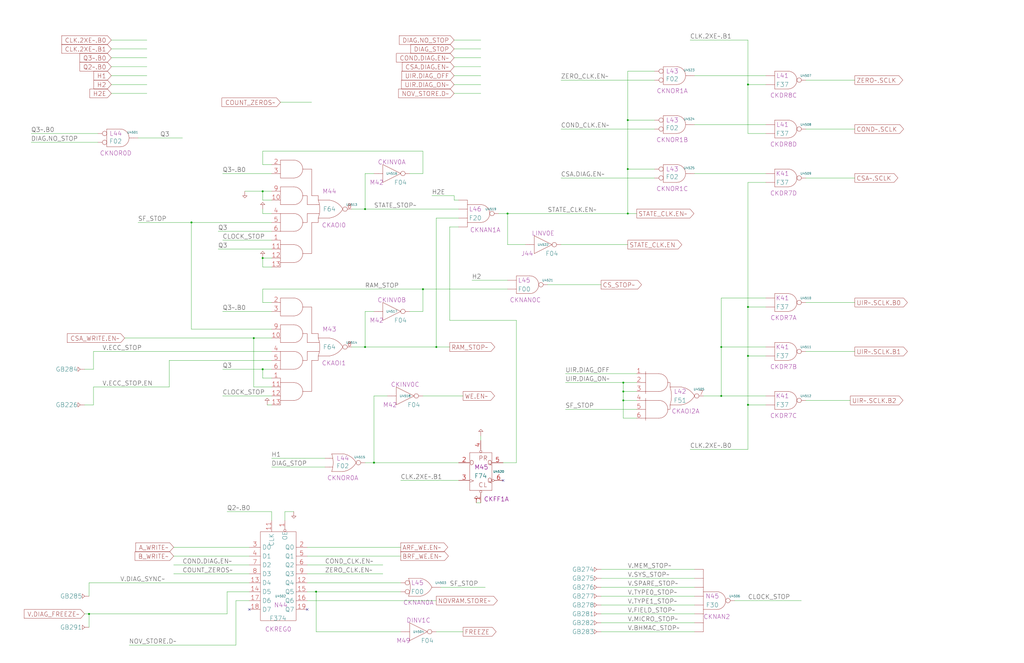
<source format=kicad_sch>
(kicad_sch (version 20250114) (generator "eeschema") (generator_version "9.0")
  (paper "User" 584.2 378.46)
  (title_block (title "CLOCK GENERATION\\nSTATE CLOCKS") (date "22-MAR-90") (rev "1.0") (comment 1 "VALUE") (comment 2 "232-003063") (comment 3 "S400") (comment 4 "RELEASED"))
  (lib_symbols
    (symbol "r1000:F00" (pin_numbers (hide yes)) (pin_names (hide yes))
      (property "Reference" "U" (at 15.24 0 0))
      (property "Value" "F00" (at 1.905 -5.08 0))
      (property "Location" "___" (at 1.905 0 0))
      (property "Name" "______" (at 2.54 -12.7 0))
      (symbol "F00_1_1"
        (pin input line (at -7.62 0 0) (length 5.08) (name "D0") (number "1"))
        (pin input line (at -7.62 -5.08 0) (length 5.08) (name "D1") (number "2"))
        (pin output line (at 15.24 -2.54 180) (length 2.54) (name "Q") (number "3"))
      )
      (symbol "F00_1_2"
        (pin input line (at -7.62 0 0) (length 2.54) (name "D0") (number "1"))
        (pin input line (at -7.62 -5.08 0) (length 2.54) (name "D1") (number "2"))
        (pin output line (at 15.24 -2.54 180) (length 5.08) (name "Q") (number "3"))
      )
    )
    (symbol "r1000:F02" (pin_numbers (hide yes)) (pin_names (hide yes))
      (property "Reference" "U" (at 12.16 0.635 0))
      (property "Value" "F02" (at -1.27 -4.445 0))
      (property "Location" "___" (at 2.54 0 0))
      (property "Name" "______" (at 2.54 -12.7 0))
      (symbol "F02_1_1"
        (pin input line (at -7.62 0 0) (length 2.54) (name "D0") (number "1"))
        (pin input line (at -7.62 -5.08 0) (length 2.54) (name "D1") (number "2"))
        (pin output line (at 15.24 -2.54 180) (length 1.27) (name "Q") (number "3"))
      )
      (symbol "F02_1_2"
        (pin input line (at -7.62 0 0) (length 2.54) (name "D0") (number "1"))
        (pin input line (at -7.62 -5.08 0) (length 2.54) (name "D1") (number "2"))
        (pin output line (at 15.24 -2.54 180) (length 2.54) (name "Q") (number "3"))
      )
    )
    (symbol "r1000:F04" (pin_numbers (hide yes)) (pin_names (hide yes))
      (property "Reference" "U" (at 0 0 0))
      (property "Value" "F04" (at 1.27 -5.08 0))
      (property "Location" "___" (at -12.7 -5.08 0))
      (property "Name" "______" (at 0 5.08 0))
      (symbol "F04_1_1"
        (pin input line (at -10.16 0 0) (length 2.54) (name "D0") (number "1"))
        (pin output line (at 10.16 0 180) (length 2.54) (name "Q") (number "2"))
      )
    )
    (symbol "r1000:F20" (pin_numbers (hide yes)) (pin_names (hide yes))
      (property "Reference" "U" (at 8.255 2.54 0))
      (property "Value" "F20" (at -0.635 -2.54 0))
      (property "Location" "___" (at -0.635 2.54 0))
      (property "Name" "______" (at 5.08 -10.795 0))
      (symbol "F20_1_1"
        (pin input line (at -10.16 7.62 0) (length 5.08) (name "D0") (number "1"))
        (pin input line (at -10.16 2.54 0) (length 5.08) (name "D1") (number "2"))
        (pin input line (at -10.16 -2.54 0) (length 5.08) (name "D2") (number "4"))
        (pin input line (at -10.16 -7.62 0) (length 5.08) (name "D3") (number "5"))
        (pin output line (at 12.7 0 180) (length 2.54) (name "Q") (number "6"))
      )
      (symbol "F20_1_2"
        (pin input line (at -10.16 7.62 0) (length 1.27) (name "D0") (number "1"))
        (pin input line (at -10.16 2.54 0) (length 1.905) (name "D1") (number "2"))
        (pin input line (at -10.16 -2.54 0) (length 1.905) (name "D2") (number "4"))
        (pin input line (at -10.16 -7.62 0) (length 1.27) (name "D3") (number "5"))
        (pin output line (at 12.7 0 180) (length 5.08) (name "Q") (number "6"))
      )
    )
    (symbol "r1000:F30" (pin_numbers (hide yes)) (pin_names (hide yes))
      (property "Reference" "U" (at 15.24 2.54 0))
      (property "Value" "F30" (at 2.54 -2.54 0))
      (property "Location" "___" (at 2.54 2.54 0))
      (property "Name" "______" (at 5.08 -10.62 0))
      (symbol "F30_1_1"
        (pin input line (at -7.62 17.78 0) (length 5.08) (name "D0") (number "11"))
        (pin input line (at -7.62 12.7 0) (length 5.08) (name "D1") (number "12"))
        (pin input line (at -7.62 7.62 0) (length 5.08) (name "D2") (number "1"))
        (pin input line (at -7.62 2.54 0) (length 5.08) (name "D3") (number "2"))
        (pin input line (at -7.62 -2.54 0) (length 5.08) (name "D4") (number "3"))
        (pin input line (at -7.62 -7.62 0) (length 5.08) (name "D5") (number "4"))
        (pin input line (at -7.62 -12.7 0) (length 5.08) (name "D6") (number "5"))
        (pin input line (at -7.62 -17.78 0) (length 5.08) (name "D7") (number "6"))
        (pin output line (at 15.24 0 180) (length 2.54) (name "Q") (number "8"))
      )
    )
    (symbol "r1000:F37" (pin_numbers (hide yes)) (pin_names (offset 0) (hide yes))
      (property "Reference" "U" (at 15.24 0 0))
      (property "Value" "F37" (at 1.905 -5.08 0))
      (property "Location" "___" (at 1.905 0 0))
      (property "Name" "______" (at 2.54 -12.7 0))
      (symbol "F37_1_1"
        (pin input line (at -7.62 0 0) (length 5.08) (name "D0") (number "1"))
        (pin input line (at -7.62 -5.08 0) (length 5.08) (name "D1") (number "2"))
        (pin output line (at 15.24 -2.54 180) (length 2.54) (name "Q") (number "3"))
      )
      (symbol "F37_1_2"
        (pin input line (at -7.62 0 0) (length 2.54) (name "D0") (number "1"))
        (pin input line (at -7.62 -5.08 0) (length 2.54) (name "D1") (number "2"))
        (pin output line (at 15.24 -2.54 180) (length 5.08) (name "Q") (number "3"))
      )
    )
    (symbol "r1000:F374" (pin_names (offset 1.016))
      (property "Reference" "U" (at 2.54 5.08 0))
      (property "Value" "F374" (at -3.81 -7.62 0))
      (property "Location" "___" (at -1.27 0 0))
      (property "Name" "______" (at 1.27 -15.24 0))
      (symbol "F374_1_1"
        (pin input line (at -15.24 33.02 0) (length 6.35) (name "D0") (number "3"))
        (pin input line (at -15.24 27.94 0) (length 6.35) (name "D1") (number "4"))
        (pin input line (at -15.24 22.86 0) (length 6.35) (name "D2") (number "7"))
        (pin input line (at -15.24 17.78 0) (length 6.35) (name "D3") (number "8"))
        (pin input line (at -15.24 12.7 0) (length 6.35) (name "D4") (number "13"))
        (pin input line (at -15.24 7.62 0) (length 6.35) (name "D5") (number "14"))
        (pin input line (at -15.24 2.54 0) (length 6.35) (name "D6") (number "17"))
        (pin input line (at -15.24 -2.54 0) (length 6.35) (name "D7") (number "18"))
        (pin input line (at -2.54 48.26 270) (length 6.35) (name "CLK") (number "11"))
        (pin input line (at 5.08 48.26 270) (length 5.08) (name "OE") (number "1"))
        (pin tri_state line (at 17.78 33.02 180) (length 6.35) (name "Q0") (number "2"))
        (pin tri_state line (at 17.78 27.94 180) (length 6.35) (name "Q1") (number "5"))
        (pin tri_state line (at 17.78 22.86 180) (length 6.35) (name "Q2") (number "6"))
        (pin tri_state line (at 17.78 17.78 180) (length 6.35) (name "Q3") (number "9"))
        (pin tri_state line (at 17.78 12.7 180) (length 6.35) (name "Q4") (number "12"))
        (pin tri_state line (at 17.78 7.62 180) (length 6.35) (name "Q5") (number "15"))
        (pin tri_state line (at 17.78 2.54 180) (length 6.35) (name "Q6") (number "16"))
        (pin tri_state line (at 17.78 -2.54 180) (length 6.35) (name "Q7") (number "19"))
      )
    )
    (symbol "r1000:F51" (pin_names (hide yes))
      (property "Reference" "U" (at 12.7 1.27 0))
      (property "Value" "F51" (at 1.905 -5.08 0))
      (property "Location" "___" (at 1.905 0 0))
      (property "Name" "______" (at 5.08 -12.7 0))
      (symbol "F51_1_1"
        (pin input line (at -22.86 10.16 0) (length 2.54) (name "A1") (number "1"))
        (pin input line (at -22.86 5.08 0) (length 2.54) (name "A2") (number "2"))
        (pin input line (at -22.86 0 0) (length 2.54) (name "A3") (number "3"))
        (pin input line (at -22.86 -5.08 0) (length 2.54) (name "B1") (number "4"))
        (pin input line (at -22.86 -10.16 0) (length 2.54) (name "B2") (number "5"))
        (pin input line (at -22.86 -15.24 0) (length 2.54) (name "B3") (number "6"))
        (pin output line (at 15.24 -2.54 180) (length 2.54) (name "Q") (number "7"))
      )
    )
    (symbol "r1000:F64" (pin_names (hide yes))
      (property "Reference" "U" (at 15.24 2.54 0))
      (property "Value" "F64" (at 2.54 0 0))
      (property "Location" "___" (at 2.54 10.16 0))
      (property "Name" "______" (at 5.08 -10.62 0))
      (symbol "F64_1_1"
        (pin input line (at -30.48 25.4 0) (length 5.08) (name "A0") (number "2"))
        (pin input line (at -30.48 20.32 0) (length 5.08) (name "A1") (number "3"))
        (pin input line (at -30.48 10.16 0) (length 5.08) (name "B0") (number "9"))
        (pin input line (at -30.48 5.08 0) (length 5.08) (name "B1") (number "10"))
        (pin input line (at -30.48 -2.54 0) (length 5.08) (name "C0") (number "4"))
        (pin input line (at -30.48 -7.62 0) (length 5.08) (name "C1") (number "5"))
        (pin input line (at -30.48 -12.7 0) (length 5.08) (name "C2") (number "6"))
        (pin input line (at -30.48 -17.78 0) (length 5.08) (name "D0") (number "1"))
        (pin input line (at -30.48 -22.86 0) (length 5.08) (name "D1") (number "11"))
        (pin input line (at -30.48 -27.94 0) (length 5.08) (name "D2") (number "12"))
        (pin input line (at -30.48 -33.02 0) (length 5.08) (name "D3") (number "13"))
        (pin output line (at 15.24 0 180) (length 2.54) (name "Q") (number "8"))
      )
    )
    (symbol "r1000:F74" (pin_names (offset 1.016) (hide yes))
      (property "Reference" "U" (at 12.7 -2.54 0))
      (property "Value" "F74" (at -1.27 -5.08 0))
      (property "Location" "___" (at -1.27 0 0))
      (property "Name" "______" (at 11.43 -19.685 0))
      (symbol "F74_1_1"
        (text "D" (at -2.54 2.54 0) (effects (font (size 2.54 2.54))))
        (text ">" (at -2.54 -7.62 0) (effects (font (size 2.54 2.54))))
        (text "P" (at 2.54 5.08 0) (effects (font (size 2.54 2.54))))
        (text "C" (at 2.54 -10.16 0) (effects (font (size 2.54 2.54))))
        (text "R" (at 5.08 5.08 0) (effects (font (size 2.54 2.54))))
        (text "L" (at 5.08 -10.16 0) (effects (font (size 2.54 2.54))))
        (text "Q" (at 7.62 2.54 0) (effects (font (size 2.54 2.54))))
        (text "Q" (at 7.62 -7.62 0) (effects (font (size 2.54 2.54))))
        (pin input line (at -10.16 2.54 0) (length 6.35) (name "D") (number "2"))
        (pin input line (at -10.16 -7.62 0) (length 6.35) (name "CLK") (number "3"))
        (pin input line (at 2.54 15.24 270) (length 5.08) (name "PR_") (number "4"))
        (pin input line (at 2.54 -20.32 90) (length 5.08) (name "CL_") (number "1"))
        (pin output line (at 15.24 2.54 180) (length 6.35) (name "Q") (number "5"))
        (pin output line (at 15.24 -7.62 180) (length 5.08) (name "Q_") (number "6"))
      )
    )
    (symbol "r1000:GB" (pin_numbers (hide yes)) (pin_names (offset 0) (hide yes))
      (property "Reference" "GB" (at 3.81 0 0))
      (symbol "GB_1_1"
        (pin bidirectional line (at 0 0 0) (length 2.54) (name "") (number "1"))
      )
    )
    (symbol "r1000:PD" (power) (pin_numbers (hide yes)) (pin_names (hide yes)) (in_bom no)
      (symbol "PD_1_1"
        (pin power_in line (at 0 0 270) (length 2.54) (name "PD") (number "1"))
      )
    )
    (symbol "r1000:PU" (power) (pin_numbers (hide yes)) (pin_names (hide yes))
      (symbol "PU_1_1"
        (pin power_in line (at 0 0 90) (length 2.54) (name "PU") (number "1"))
      )
    )
  )
  (junction (at 149.86 210.82))
  (junction (at 144.78 193.04))
  (junction (at 149.86 147.32))
  (junction (at 208.28 198.12))
  (junction (at 358.14 68.58))
  (junction (at 289.56 121.92))
  (junction (at 149.86 109.22))
  (junction (at 426.72 231.14))
  (junction (at 213.36 264.16))
  (junction (at 355.6 228.6))
  (junction (at 426.72 175.26))
  (junction (at 358.14 96.52))
  (junction (at 241.3 165.1))
  (junction (at 426.72 203.2))
  (junction (at 208.28 119.38))
  (junction (at 411.48 226.06))
  (junction (at 355.6 223.52))
  (junction (at 426.72 48.26))
  (junction (at 248.92 198.12))
  (junction (at 180.34 337.82))
  (junction (at 411.48 198.12))
  (junction (at 358.14 121.92))
  (junction (at 109.22 127))
  (junction (at 355.6 218.44))
  (junction (at 50.8 350.52))
  (no_connect (at 142.24 347.98))
  (no_connect (at 175.26 347.98))
  (no_connect (at 287.02 274.32))
  (wire (pts (xy 149.86 109.22) (xy 154.94 109.22)))
  (wire (pts (xy 358.14 96.52) (xy 358.14 68.58)))
  (wire (pts (xy 124.46 142.24) (xy 154.94 142.24)))
  (wire (pts (xy 127 137.16) (xy 154.94 137.16)))
  (wire (pts (xy 149.86 93.98) (xy 154.94 93.98)))
  (wire (pts (xy 63.5 38.1) (xy 83.82 38.1)))
  (wire (pts (xy 396.24 71.12) (xy 436.88 71.12)))
  (wire (pts (xy 50.8 350.52) (xy 129.54 350.52)))
  (wire (pts (xy 355.6 228.6) (xy 355.6 223.52)))
  (wire (pts (xy 48.26 210.82) (xy 53.34 210.82)))
  (wire (pts (xy 459.74 200.66) (xy 487.68 200.66)))
  (wire (pts (xy 426.72 231.14) (xy 426.72 203.2)))
  (wire (pts (xy 154.94 261.62) (xy 185.42 261.62)))
  (wire (pts (xy 289.56 139.7) (xy 299.72 139.7)))
  (wire (pts (xy 241.3 86.36) (xy 149.86 86.36)))
  (wire (pts (xy 396.24 99.06) (xy 436.88 99.06)))
  (wire (pts (xy 17.78 76.2) (xy 55.88 76.2)))
  (wire (pts (xy 259.08 53.34) (xy 274.32 53.34)))
  (wire (pts (xy 459.74 45.72) (xy 487.68 45.72)))
  (wire (pts (xy 208.28 177.8) (xy 208.28 198.12)))
  (wire (pts (xy 213.36 264.16) (xy 261.62 264.16)))
  (wire (pts (xy 213.36 99.06) (xy 208.28 99.06)))
  (wire (pts (xy 355.6 218.44) (xy 363.22 218.44)))
  (wire (pts (xy 160.02 58.42) (xy 177.8 58.42)))
  (wire (pts (xy 320.04 45.72) (xy 373.38 45.72)))
  (wire (pts (xy 63.5 27.94) (xy 83.82 27.94)))
  (wire (pts (xy 393.7 256.54) (xy 426.72 256.54)))
  (wire (pts (xy 78.74 78.74) (xy 104.14 78.74)))
  (wire (pts (xy 127 226.06) (xy 154.94 226.06)))
  (wire (pts (xy 96.52 205.74) (xy 154.94 205.74)))
  (wire (pts (xy 426.72 175.26) (xy 436.88 175.26)))
  (wire (pts (xy 426.72 104.14) (xy 436.88 104.14)))
  (wire (pts (xy 149.86 172.72) (xy 154.94 172.72)))
  (wire (pts (xy 459.74 172.72) (xy 487.68 172.72)))
  (wire (pts (xy 271.78 287.02) (xy 274.32 287.02)))
  (wire (pts (xy 274.32 248.92) (xy 274.32 251.46)))
  (wire (pts (xy 134.62 342.9) (xy 142.24 342.9)))
  (wire (pts (xy 48.26 231.14) (xy 53.34 231.14)))
  (wire (pts (xy 358.14 121.92) (xy 363.22 121.92)))
  (wire (pts (xy 71.12 193.04) (xy 144.78 193.04)))
  (wire (pts (xy 154.94 220.98) (xy 144.78 220.98)))
  (wire (pts (xy 124.46 132.08) (xy 154.94 132.08)))
  (wire (pts (xy 393.7 22.86) (xy 426.72 22.86)))
  (wire (pts (xy 154.94 121.92) (xy 149.86 121.92)))
  (wire (pts (xy 149.86 215.9) (xy 149.86 210.82)))
  (wire (pts (xy 139.7 109.22) (xy 149.86 109.22)))
  (wire (pts (xy 411.48 226.06) (xy 436.88 226.06)))
  (wire (pts (xy 355.6 223.52) (xy 355.6 218.44)))
  (wire (pts (xy 289.56 121.92) (xy 289.56 139.7)))
  (wire (pts (xy 154.94 215.9) (xy 149.86 215.9)))
  (wire (pts (xy 149.86 147.32) (xy 154.94 147.32)))
  (wire (pts (xy 109.22 127) (xy 154.94 127)))
  (wire (pts (xy 320.04 101.6) (xy 373.38 101.6)))
  (wire (pts (xy 342.9 340.36) (xy 396.24 340.36)))
  (wire (pts (xy 53.34 220.98) (xy 96.52 220.98)))
  (wire (pts (xy 322.58 218.44) (xy 355.6 218.44)))
  (wire (pts (xy 149.86 165.1) (xy 149.86 172.72)))
  (wire (pts (xy 233.68 177.8) (xy 241.3 177.8)))
  (wire (pts (xy 426.72 175.26) (xy 426.72 104.14)))
  (wire (pts (xy 48.26 350.52) (xy 50.8 350.52)))
  (wire (pts (xy 411.48 198.12) (xy 411.48 226.06)))
  (wire (pts (xy 459.74 228.6) (xy 485.14 228.6)))
  (wire (pts (xy 342.9 330.2) (xy 396.24 330.2)))
  (wire (pts (xy 342.9 335.28) (xy 396.24 335.28)))
  (wire (pts (xy 419.1 342.9) (xy 457.2 342.9)))
  (wire (pts (xy 342.9 355.6) (xy 396.24 355.6)))
  (wire (pts (xy 259.08 48.26) (xy 274.32 48.26)))
  (wire (pts (xy 312.42 162.56) (xy 342.9 162.56)))
  (wire (pts (xy 129.54 292.1) (xy 154.94 292.1)))
  (wire (pts (xy 228.6 360.68) (xy 180.34 360.68)))
  (wire (pts (xy 342.9 360.68) (xy 396.24 360.68)))
  (wire (pts (xy 355.6 228.6) (xy 363.22 228.6)))
  (wire (pts (xy 175.26 332.74) (xy 228.6 332.74)))
  (wire (pts (xy 426.72 203.2) (xy 426.72 175.26)))
  (wire (pts (xy 180.34 360.68) (xy 180.34 337.82)))
  (wire (pts (xy 426.72 203.2) (xy 436.88 203.2)))
  (wire (pts (xy 259.08 33.02) (xy 274.32 33.02)))
  (wire (pts (xy 396.24 43.18) (xy 436.88 43.18)))
  (wire (pts (xy 401.32 226.06) (xy 411.48 226.06)))
  (wire (pts (xy 322.58 233.68) (xy 363.22 233.68)))
  (wire (pts (xy 152.4 231.14) (xy 154.94 231.14)))
  (wire (pts (xy 426.72 231.14) (xy 436.88 231.14)))
  (wire (pts (xy 259.08 22.86) (xy 274.32 22.86)))
  (wire (pts (xy 175.26 322.58) (xy 218.44 322.58)))
  (wire (pts (xy 213.36 177.8) (xy 208.28 177.8)))
  (wire (pts (xy 426.72 22.86) (xy 426.72 48.26)))
  (wire (pts (xy 154.94 266.7) (xy 185.42 266.7)))
  (wire (pts (xy 149.86 86.36) (xy 149.86 93.98)))
  (wire (pts (xy 284.48 121.92) (xy 289.56 121.92)))
  (wire (pts (xy 220.98 226.06) (xy 213.36 226.06)))
  (wire (pts (xy 259.08 27.94) (xy 274.32 27.94)))
  (wire (pts (xy 248.92 124.46) (xy 248.92 198.12)))
  (wire (pts (xy 426.72 256.54) (xy 426.72 231.14)))
  (wire (pts (xy 320.04 73.66) (xy 373.38 73.66)))
  (wire (pts (xy 208.28 264.16) (xy 213.36 264.16)))
  (wire (pts (xy 109.22 187.96) (xy 109.22 127)))
  (wire (pts (xy 149.86 114.3) (xy 149.86 109.22)))
  (wire (pts (xy 63.5 33.02) (xy 83.82 33.02)))
  (wire (pts (xy 241.3 99.06) (xy 241.3 86.36)))
  (wire (pts (xy 200.66 198.12) (xy 208.28 198.12)))
  (wire (pts (xy 259.08 43.18) (xy 274.32 43.18)))
  (wire (pts (xy 154.94 292.1) (xy 154.94 297.18)))
  (wire (pts (xy 144.78 220.98) (xy 144.78 193.04)))
  (wire (pts (xy 175.26 312.42) (xy 228.6 312.42)))
  (wire (pts (xy 127 177.8) (xy 154.94 177.8)))
  (wire (pts (xy 259.08 38.1) (xy 274.32 38.1)))
  (wire (pts (xy 294.64 264.16) (xy 294.64 182.88)))
  (wire (pts (xy 259.08 114.3) (xy 261.62 114.3)))
  (wire (pts (xy 269.24 160.02) (xy 289.56 160.02)))
  (wire (pts (xy 73.66 368.3) (xy 134.62 368.3)))
  (wire (pts (xy 241.3 165.1) (xy 149.86 165.1)))
  (wire (pts (xy 208.28 99.06) (xy 208.28 119.38)))
  (wire (pts (xy 358.14 68.58) (xy 358.14 40.64)))
  (wire (pts (xy 436.88 170.18) (xy 411.48 170.18)))
  (wire (pts (xy 53.34 231.14) (xy 53.34 220.98)))
  (wire (pts (xy 342.9 325.12) (xy 396.24 325.12)))
  (wire (pts (xy 167.64 292.1) (xy 162.56 292.1)))
  (wire (pts (xy 241.3 226.06) (xy 264.16 226.06)))
  (wire (pts (xy 50.8 332.74) (xy 142.24 332.74)))
  (wire (pts (xy 358.14 121.92) (xy 358.14 96.52)))
  (wire (pts (xy 289.56 121.92) (xy 358.14 121.92)))
  (wire (pts (xy 233.68 99.06) (xy 241.3 99.06)))
  (wire (pts (xy 162.56 292.1) (xy 162.56 297.18)))
  (wire (pts (xy 63.5 53.34) (xy 83.82 53.34)))
  (wire (pts (xy 127 210.82) (xy 149.86 210.82)))
  (wire (pts (xy 99.06 312.42) (xy 142.24 312.42)))
  (wire (pts (xy 175.26 317.5) (xy 228.6 317.5)))
  (wire (pts (xy 322.58 213.36) (xy 363.22 213.36)))
  (wire (pts (xy 134.62 368.3) (xy 134.62 342.9)))
  (wire (pts (xy 129.54 337.82) (xy 142.24 337.82)))
  (wire (pts (xy 259.08 111.76) (xy 259.08 114.3)))
  (wire (pts (xy 154.94 152.4) (xy 149.86 152.4)))
  (wire (pts (xy 320.04 139.7) (xy 358.14 139.7)))
  (wire (pts (xy 154.94 114.3) (xy 149.86 114.3)))
  (wire (pts (xy 149.86 210.82) (xy 154.94 210.82)))
  (wire (pts (xy 251.46 335.28) (xy 276.86 335.28)))
  (wire (pts (xy 426.72 48.26) (xy 436.88 48.26)))
  (wire (pts (xy 99.06 322.58) (xy 142.24 322.58)))
  (wire (pts (xy 213.36 226.06) (xy 213.36 264.16)))
  (wire (pts (xy 355.6 238.76) (xy 355.6 228.6)))
  (wire (pts (xy 355.6 223.52) (xy 363.22 223.52)))
  (wire (pts (xy 149.86 121.92) (xy 149.86 119.38)))
  (wire (pts (xy 358.14 68.58) (xy 373.38 68.58)))
  (wire (pts (xy 53.34 200.66) (xy 154.94 200.66)))
  (wire (pts (xy 200.66 119.38) (xy 208.28 119.38)))
  (wire (pts (xy 99.06 327.66) (xy 142.24 327.66)))
  (wire (pts (xy 459.74 101.6) (xy 487.68 101.6)))
  (wire (pts (xy 248.92 360.68) (xy 264.16 360.68)))
  (wire (pts (xy 175.26 327.66) (xy 218.44 327.66)))
  (wire (pts (xy 411.48 170.18) (xy 411.48 198.12)))
  (wire (pts (xy 426.72 76.2) (xy 436.88 76.2)))
  (wire (pts (xy 127 99.06) (xy 154.94 99.06)))
  (wire (pts (xy 411.48 198.12) (xy 436.88 198.12)))
  (wire (pts (xy 96.52 220.98) (xy 96.52 205.74)))
  (wire (pts (xy 50.8 340.36) (xy 50.8 332.74)))
  (wire (pts (xy 144.78 193.04) (xy 154.94 193.04)))
  (wire (pts (xy 50.8 358.14) (xy 50.8 350.52)))
  (wire (pts (xy 175.26 342.9) (xy 248.92 342.9)))
  (wire (pts (xy 256.54 182.88) (xy 256.54 129.54)))
  (wire (pts (xy 99.06 317.5) (xy 142.24 317.5)))
  (wire (pts (xy 294.64 182.88) (xy 256.54 182.88)))
  (wire (pts (xy 17.78 81.28) (xy 55.88 81.28)))
  (wire (pts (xy 459.74 73.66) (xy 487.68 73.66)))
  (wire (pts (xy 289.56 165.1) (xy 241.3 165.1)))
  (wire (pts (xy 129.54 350.52) (xy 129.54 337.82)))
  (wire (pts (xy 342.9 350.52) (xy 396.24 350.52)))
  (wire (pts (xy 78.74 127) (xy 109.22 127)))
  (wire (pts (xy 53.34 210.82) (xy 53.34 200.66)))
  (wire (pts (xy 154.94 187.96) (xy 109.22 187.96)))
  (wire (pts (xy 363.22 238.76) (xy 355.6 238.76)))
  (wire (pts (xy 246.38 111.76) (xy 259.08 111.76)))
  (wire (pts (xy 287.02 264.16) (xy 294.64 264.16)))
  (wire (pts (xy 208.28 119.38) (xy 261.62 119.38)))
  (wire (pts (xy 149.86 152.4) (xy 149.86 147.32)))
  (wire (pts (xy 256.54 129.54) (xy 261.62 129.54)))
  (wire (pts (xy 248.92 198.12) (xy 256.54 198.12)))
  (wire (pts (xy 228.6 274.32) (xy 261.62 274.32)))
  (wire (pts (xy 358.14 96.52) (xy 373.38 96.52)))
  (wire (pts (xy 241.3 177.8) (xy 241.3 165.1)))
  (wire (pts (xy 63.5 22.86) (xy 83.82 22.86)))
  (wire (pts (xy 180.34 337.82) (xy 228.6 337.82)))
  (wire (pts (xy 63.5 48.26) (xy 83.82 48.26)))
  (wire (pts (xy 208.28 198.12) (xy 248.92 198.12)))
  (wire (pts (xy 358.14 40.64) (xy 373.38 40.64)))
  (wire (pts (xy 63.5 43.18) (xy 83.82 43.18)))
  (wire (pts (xy 426.72 48.26) (xy 426.72 76.2)))
  (wire (pts (xy 342.9 345.44) (xy 396.24 345.44)))
  (wire (pts (xy 261.62 124.46) (xy 248.92 124.46)))
  (wire (pts (xy 180.34 337.82) (xy 175.26 337.82)))
  (label "SF_STOP" (at 256.54 335.28 0) (effects (font (size 2.54 2.54))))
  (label "CLK.2XE~.B1" (at 393.7 22.86 0) (effects (font (size 2.54 2.54))))
  (label "COND_CLK.EN~" (at 185.42 322.58 0) (effects (font (size 2.54 2.54))))
  (label "H2E" (at 246.38 111.76 0) (effects (font (size 2.54 2.54))))
  (label "V.FIELD_STOP~" (at 358.14 350.52 0) (effects (font (size 2.54 2.54))))
  (label "V.SPARE_STOP~" (at 358.14 335.28 0) (effects (font (size 2.54 2.54))))
  (label "SF_STOP" (at 322.58 233.68 0) (effects (font (size 2.54 2.54))))
  (label "CLOCK_STOP" (at 127 137.16 0) (effects (font (size 2.54 2.54))))
  (label "V.SYS_STOP~" (at 358.14 330.2 0) (effects (font (size 2.54 2.54))))
  (label "DIAG.NO_STOP" (at 17.78 81.28 0) (effects (font (size 2.54 2.54))))
  (label "COND_CLK.EN~" (at 320.04 73.66 0) (effects (font (size 2.54 2.54))))
  (label "NOV_STORE.D~" (at 73.66 368.3 0) (effects (font (size 2.54 2.54))))
  (label "CLK.2XE~.B1" (at 228.6 274.32 0) (effects (font (size 2.54 2.54))))
  (label "Q3~.B0" (at 127 99.06 0) (effects (font (size 2.54 2.54))))
  (label "SF_STOP" (at 78.74 127 0) (effects (font (size 2.54 2.54))))
  (label "STATE_CLK.EN~" (at 312.42 121.92 0) (effects (font (size 2.54 2.54))))
  (label "Q3~.B0" (at 17.78 76.2 0) (effects (font (size 2.54 2.54))))
  (label "CLOCK_STOP" (at 426.72 342.9 0) (effects (font (size 2.54 2.54))))
  (label "ZERO_CLK.EN~" (at 185.42 327.66 0) (effects (font (size 2.54 2.54))))
  (label "STATE_STOP~" (at 213.36 119.38 0) (effects (font (size 2.54 2.54))))
  (label "Q3" (at 91.44 78.74 0) (effects (font (size 2.54 2.54))))
  (label "ZERO_CLK.EN~" (at 320.04 45.72 0) (effects (font (size 2.54 2.54))))
  (label "UIR.DIAG_ON~" (at 322.58 218.44 0) (effects (font (size 2.54 2.54))))
  (label "Q3" (at 127 210.82 0) (effects (font (size 2.54 2.54))))
  (label "V.TYPE1_STOP~" (at 358.14 345.44 0) (effects (font (size 2.54 2.54))))
  (label "V.BHMAC_STOP~" (at 358.14 360.68 0) (effects (font (size 2.54 2.54))))
  (label "Q2~.B0" (at 129.54 292.1 0) (effects (font (size 2.54 2.54))))
  (label "CSA.DIAG.EN~" (at 320.04 101.6 0) (effects (font (size 2.54 2.54))))
  (label "Q3" (at 124.46 142.24 0) (effects (font (size 2.54 2.54))))
  (label "V.TYPE0_STOP~" (at 358.14 340.36 0) (effects (font (size 2.54 2.54))))
  (label "UIR.DIAG_OFF" (at 322.58 213.36 0) (effects (font (size 2.54 2.54))))
  (label "V.DIAG_SYNC~" (at 68.58 332.74 0) (effects (font (size 2.54 2.54))))
  (label "Q3" (at 124.46 132.08 0) (effects (font (size 2.54 2.54))))
  (label "H2" (at 269.24 160.02 0) (effects (font (size 2.54 2.54))))
  (label "RAM_STOP" (at 208.28 165.1 0) (effects (font (size 2.54 2.54))))
  (label "COND.DIAG.EN~" (at 104.14 322.58 0) (effects (font (size 2.54 2.54))))
  (label "V.ECC_STOP.EN" (at 58.42 220.98 0) (effects (font (size 2.54 2.54))))
  (label "COUNT_ZEROS~" (at 104.14 327.66 0) (effects (font (size 2.54 2.54))))
  (label "CLK.2XE~.B0" (at 393.7 256.54 0) (effects (font (size 2.54 2.54))))
  (label "H1" (at 154.94 261.62 0) (effects (font (size 2.54 2.54))))
  (label "Q3~.B0" (at 127 177.8 0) (effects (font (size 2.54 2.54))))
  (label "DIAG_STOP" (at 154.94 266.7 0) (effects (font (size 2.54 2.54))))
  (label "CLOCK_STOP" (at 127 226.06 0) (effects (font (size 2.54 2.54))))
  (label "V.MEM_STOP~" (at 358.14 325.12 0) (effects (font (size 2.54 2.54))))
  (label "V.MICRO_STOP~" (at 358.14 355.6 0) (effects (font (size 2.54 2.54))))
  (label "V.ECC_STOP" (at 58.42 200.66 0) (effects (font (size 2.54 2.54))))
  (global_label "Q2~.B0" (shape input) (at 63.5 38.1 180) (effects (font (size 2.54 2.54))) (property "Intersheetrefs" "${INTERSHEET_REFS}" (at 45.6111 37.9413 0) (effects (font (size 1.905 1.905)) (justify right))))
  (global_label "CSA_WRITE.EN~" (shape input) (at 71.12 193.04 180) (effects (font (size 2.54 2.54))) (property "Intersheetrefs" "${INTERSHEET_REFS}" (at 38.354 192.8813 0) (effects (font (size 1.905 1.905)) (justify right))))
  (global_label "UIR.DIAG_ON~" (shape input) (at 259.08 48.26 180) (effects (font (size 2.54 2.54))) (property "Intersheetrefs" "${INTERSHEET_REFS}" (at 229.0959 48.1013 0) (effects (font (size 1.905 1.905)) (justify right))))
  (global_label "FREEZE" (shape output) (at 264.16 360.68 0) (effects (font (size 2.54 2.54))) (property "Intersheetrefs" "${INTERSHEET_REFS}" (at 283.0165 360.5213 0) (effects (font (size 1.905 1.905)) (justify left))))
  (global_label "ARF_WE.EN~" (shape output) (at 228.6 312.42 0) (effects (font (size 2.54 2.54))) (property "Intersheetrefs" "${INTERSHEET_REFS}" (at 255.4393 312.2613 0) (effects (font (size 1.905 1.905)) (justify left))))
  (global_label "NOVRAM.STORE~" (shape output) (at 248.92 342.9 0) (effects (font (size 2.54 2.54))) (property "Intersheetrefs" "${INTERSHEET_REFS}" (at 283.7422 342.7413 0) (effects (font (size 1.905 1.905)) (justify left))))
  (global_label "UIR~.SCLK.B2" (shape output) (at 485.14 228.6 0) (effects (font (size 2.54 2.54))) (property "Intersheetrefs" "${INTERSHEET_REFS}" (at 515.1241 228.4413 0) (effects (font (size 1.905 1.905)) (justify left))))
  (global_label "B_WRITE~" (shape input) (at 99.06 317.5 180) (effects (font (size 2.54 2.54))) (property "Intersheetrefs" "${INTERSHEET_REFS}" (at 77.0588 317.3413 0) (effects (font (size 1.905 1.905)) (justify right))))
  (global_label "STATE_CLK.EN~" (shape output) (at 363.22 121.92 0) (effects (font (size 2.54 2.54))) (property "Intersheetrefs" "${INTERSHEET_REFS}" (at 395.865 121.7613 0) (effects (font (size 1.905 1.905)) (justify left))))
  (global_label "H2" (shape input) (at 63.5 48.26 180) (effects (font (size 2.54 2.54))) (property "Intersheetrefs" "${INTERSHEET_REFS}" (at 53.594 48.1013 0) (effects (font (size 1.905 1.905)) (justify right))))
  (global_label "Q3~.B0" (shape input) (at 63.5 33.02 180) (effects (font (size 2.54 2.54))) (property "Intersheetrefs" "${INTERSHEET_REFS}" (at 45.6111 32.8613 0) (effects (font (size 1.905 1.905)) (justify right))))
  (global_label "CSA.DIAG.EN~" (shape input) (at 259.08 38.1 180) (effects (font (size 2.54 2.54))) (property "Intersheetrefs" "${INTERSHEET_REFS}" (at 229.4588 37.9413 0) (effects (font (size 1.905 1.905)) (justify right))))
  (global_label "DIAG_STOP" (shape input) (at 259.08 27.94 180) (effects (font (size 2.54 2.54))) (property "Intersheetrefs" "${INTERSHEET_REFS}" (at 234.2969 27.7813 0) (effects (font (size 1.905 1.905)) (justify right))))
  (global_label "COND.DIAG.EN~" (shape input) (at 259.08 33.02 180) (effects (font (size 2.54 2.54))) (property "Intersheetrefs" "${INTERSHEET_REFS}" (at 226.193 32.8613 0) (effects (font (size 1.905 1.905)) (justify right))))
  (global_label "A_WRITE~" (shape input) (at 99.06 312.42 180) (effects (font (size 2.54 2.54))) (property "Intersheetrefs" "${INTERSHEET_REFS}" (at 77.4216 312.2613 0) (effects (font (size 1.905 1.905)) (justify right))))
  (global_label "UIR~.SCLK.B1" (shape output) (at 487.68 200.66 0) (effects (font (size 2.54 2.54))) (property "Intersheetrefs" "${INTERSHEET_REFS}" (at 517.6641 200.5013 0) (effects (font (size 1.905 1.905)) (justify left))))
  (global_label "CLK.2XE~.B1" (shape input) (at 63.5 27.94 180) (effects (font (size 2.54 2.54))) (property "Intersheetrefs" "${INTERSHEET_REFS}" (at 35.2092 27.7813 0) (effects (font (size 1.905 1.905)) (justify right))))
  (global_label "DIAG.NO_STOP" (shape input) (at 259.08 22.86 180) (effects (font (size 2.54 2.54))) (property "Intersheetrefs" "${INTERSHEET_REFS}" (at 227.7654 22.7013 0) (effects (font (size 1.905 1.905)) (justify right))))
  (global_label "RAM_STOP~" (shape output) (at 256.54 198.12 0) (effects (font (size 2.54 2.54))) (property "Intersheetrefs" "${INTERSHEET_REFS}" (at 282.2908 197.9613 0) (effects (font (size 1.905 1.905)) (justify left))))
  (global_label "NOV_STORE.D~" (shape input) (at 259.08 53.34 180) (effects (font (size 2.54 2.54))) (property "Intersheetrefs" "${INTERSHEET_REFS}" (at 227.4026 53.1813 0) (effects (font (size 1.905 1.905)) (justify right))))
  (global_label "COND~.SCLK" (shape output) (at 487.68 73.66 0) (effects (font (size 2.54 2.54))) (property "Intersheetrefs" "${INTERSHEET_REFS}" (at 515.487 73.5013 0) (effects (font (size 1.905 1.905)) (justify left))))
  (global_label "H1" (shape input) (at 63.5 43.18 180) (effects (font (size 2.54 2.54))) (property "Intersheetrefs" "${INTERSHEET_REFS}" (at 53.594 43.0213 0) (effects (font (size 1.905 1.905)) (justify right))))
  (global_label "CSA~.SCLK" (shape output) (at 487.68 101.6 0) (effects (font (size 2.54 2.54))) (property "Intersheetrefs" "${INTERSHEET_REFS}" (at 512.2212 101.4413 0) (effects (font (size 1.905 1.905)) (justify left))))
  (global_label "WE.EN~" (shape output) (at 264.16 226.06 0) (effects (font (size 2.54 2.54))) (property "Intersheetrefs" "${INTERSHEET_REFS}" (at 282.1698 225.9013 0) (effects (font (size 1.905 1.905)) (justify left))))
  (global_label "UIR~.SCLK.B0" (shape output) (at 487.68 172.72 0) (effects (font (size 2.54 2.54))) (property "Intersheetrefs" "${INTERSHEET_REFS}" (at 517.6641 172.5613 0) (effects (font (size 1.905 1.905)) (justify left))))
  (global_label "H2E" (shape input) (at 63.5 53.34 180) (effects (font (size 2.54 2.54))) (property "Intersheetrefs" "${INTERSHEET_REFS}" (at 51.2959 53.1813 0) (effects (font (size 1.905 1.905)) (justify right))))
  (global_label "V.DIAG_FREEZE~" (shape input) (at 48.26 350.52 180) (effects (font (size 2.54 2.54))) (property "Intersheetrefs" "${INTERSHEET_REFS}" (at 13.8007 350.3613 0) (effects (font (size 1.905 1.905)) (justify right))))
  (global_label "CS_STOP~" (shape output) (at 342.9 162.56 0) (effects (font (size 2.54 2.54))) (property "Intersheetrefs" "${INTERSHEET_REFS}" (at 365.9898 162.4013 0) (effects (font (size 1.905 1.905)) (justify left))))
  (global_label "COUNT_ZEROS~" (shape input) (at 160.02 58.42 180) (effects (font (size 2.54 2.54))) (property "Intersheetrefs" "${INTERSHEET_REFS}" (at 126.6492 58.2613 0) (effects (font (size 1.905 1.905)) (justify right))))
  (global_label "ZERO~.SCLK" (shape output) (at 487.68 45.72 0) (effects (font (size 2.54 2.54))) (property "Intersheetrefs" "${INTERSHEET_REFS}" (at 515.0031 45.5613 0) (effects (font (size 1.905 1.905)) (justify left))))
  (global_label "CLK.2XE~.B0" (shape input) (at 63.5 22.86 180) (effects (font (size 2.54 2.54))) (property "Intersheetrefs" "${INTERSHEET_REFS}" (at 35.2092 22.7013 0) (effects (font (size 1.905 1.905)) (justify right))))
  (global_label "BRF_WE.EN~" (shape output) (at 228.6 317.5 0) (effects (font (size 2.54 2.54))) (property "Intersheetrefs" "${INTERSHEET_REFS}" (at 255.8022 317.3413 0) (effects (font (size 1.905 1.905)) (justify left))))
  (global_label "UIR.DIAG_OFF" (shape input) (at 259.08 43.18 180) (effects (font (size 2.54 2.54))) (property "Intersheetrefs" "${INTERSHEET_REFS}" (at 229.2169 43.0213 0) (effects (font (size 1.905 1.905)) (justify right))))
  (global_label "STATE_CLK.EN" (shape output) (at 358.14 139.7 0) (effects (font (size 2.54 2.54))) (property "Intersheetrefs" "${INTERSHEET_REFS}" (at 388.9708 139.5413 0) (effects (font (size 1.905 1.905)) (justify left))))
  (symbol (lib_id "r1000:PD") (at 139.7 109.22 0) (unit 1) (in_bom no)
    (property "Reference" "#PWR04501" (effects (hide yes)))
    (property "Value" "PD" (effects (hide yes)))
  )
  (symbol (lib_id "r1000:GB") (at 342.9 335.28 0) (mirror y) (unit 1)
    (property "Reference" "GB276" (at 339.09 335.28 0) (effects (font (size 2.54 2.54)) (justify left)))
    (property "Value" "GB" (effects (hide yes)))
  )
  (symbol (lib_id "r1000:F02") (at 63.5 76.2 0) (unit 1) (convert 2)
    (property "Reference" "U4501" (at 75.66 75.565 0))
    (property "Value" "F02" (at 62.23 80.645 0) (effects (font (size 2.54 2.54)) (justify left)))
    (property "Location" "L44" (at 66.04 76.2 0) (effects (font (size 2.54 2.54))))
    (property "Name" "CKNOR0D" (at 66.04 88.9 0) (effects (font (size 2.54 2.54)) (justify bottom)))
  )
  (symbol (lib_id "r1000:F51") (at 386.08 223.52 0) (unit 1)
    (property "Reference" "U4505" (at 398.78 222.25 0))
    (property "Value" "F51" (at 387.985 228.6 0) (effects (font (size 2.54 2.54))))
    (property "Location" "L42" (at 387.985 223.52 0) (effects (font (size 2.54 2.54))))
    (property "Name" "CKAOI2A" (at 391.16 236.22 0) (effects (font (size 2.54 2.54)) (justify bottom)))
  )
  (symbol (lib_id "r1000:F20") (at 271.78 121.92 0) (unit 1)
    (property "Reference" "U4519" (at 280.035 119.38 0))
    (property "Value" "F20" (at 271.145 124.46 0) (effects (font (size 2.54 2.54))))
    (property "Location" "L46" (at 271.145 119.38 0) (effects (font (size 2.54 2.54))))
    (property "Name" "CKNAN1A" (at 276.86 132.715 0) (effects (font (size 2.54 2.54)) (justify bottom)))
  )
  (symbol (lib_id "r1000:PU") (at 271.78 287.02 0) (unit 1)
    (property "Reference" "#PWR04505" (effects (hide yes)))
    (property "Value" "PU" (effects (hide yes)))
  )
  (symbol (lib_id "r1000:F04") (at 238.76 360.68 0) (unit 1)
    (property "Reference" "U4504" (at 238.76 360.68 0))
    (property "Value" "F04" (at 240.03 365.76 0) (effects (font (size 2.54 2.54)) (justify left)))
    (property "Location" "M49" (at 226.06 365.76 0) (effects (font (size 2.54 2.54)) (justify left)))
    (property "Name" "DINV1C" (at 238.76 355.6 0) (effects (font (size 2.54 2.54)) (justify bottom)))
  )
  (symbol (lib_id "r1000:F37") (at 444.5 170.18 0) (unit 1)
    (property "Reference" "U4510" (at 459.74 170.18 0))
    (property "Value" "F37" (at 446.405 175.26 0) (effects (font (size 2.54 2.54))))
    (property "Location" "K41" (at 446.405 170.18 0) (effects (font (size 2.54 2.54))))
    (property "Name" "CKDR7A" (at 447.04 182.88 0) (effects (font (size 2.54 2.54)) (justify bottom)))
  )
  (symbol (lib_id "r1000:F37") (at 444.5 226.06 0) (unit 1)
    (property "Reference" "U4512" (at 459.74 226.06 0))
    (property "Value" "F37" (at 446.405 231.14 0) (effects (font (size 2.54 2.54))))
    (property "Location" "K41" (at 446.405 226.06 0) (effects (font (size 2.54 2.54))))
    (property "Name" "CKDR7C" (at 447.04 238.76 0) (effects (font (size 2.54 2.54)) (justify bottom)))
  )
  (symbol (lib_id "r1000:F37") (at 444.5 99.06 0) (unit 1)
    (property "Reference" "U4509" (at 459.74 99.06 0))
    (property "Value" "F37" (at 446.405 104.14 0) (effects (font (size 2.54 2.54))))
    (property "Location" "K41" (at 446.405 99.06 0) (effects (font (size 2.54 2.54))))
    (property "Name" "CKDR7D" (at 447.04 111.76 0) (effects (font (size 2.54 2.54)) (justify bottom)))
  )
  (symbol (lib_id "r1000:PU") (at 152.4 231.14 0) (unit 1)
    (property "Reference" "#PWR04504" (effects (hide yes)))
    (property "Value" "PU" (effects (hide yes)))
  )
  (symbol (lib_id "r1000:GB") (at 342.9 350.52 0) (mirror y) (unit 1)
    (property "Reference" "GB281" (at 339.09 350.52 0) (effects (font (size 2.54 2.54)) (justify left)))
    (property "Value" "GB" (effects (hide yes)))
  )
  (symbol (lib_id "r1000:F37") (at 444.5 71.12 0) (unit 1)
    (property "Reference" "U4508" (at 459.74 71.12 0))
    (property "Value" "F37" (at 446.405 76.2 0) (effects (font (size 2.54 2.54))))
    (property "Location" "L41" (at 446.405 71.12 0) (effects (font (size 2.54 2.54))))
    (property "Name" "CKDR8D" (at 447.04 83.82 0) (effects (font (size 2.54 2.54)) (justify bottom)))
  )
  (symbol (lib_id "r1000:F02") (at 381 68.58 0) (unit 1) (convert 2)
    (property "Reference" "U4524" (at 393.16 67.945 0))
    (property "Value" "F02" (at 379.73 73.025 0) (effects (font (size 2.54 2.54)) (justify left)))
    (property "Location" "L43" (at 383.54 68.58 0) (effects (font (size 2.54 2.54))))
    (property "Name" "CKNOR1B" (at 383.54 81.28 0) (effects (font (size 2.54 2.54)) (justify bottom)))
  )
  (symbol (lib_id "r1000:F02") (at 381 96.52 0) (unit 1) (convert 2)
    (property "Reference" "U4525" (at 393.16 95.885 0))
    (property "Value" "F02" (at 379.73 100.965 0) (effects (font (size 2.54 2.54)) (justify left)))
    (property "Location" "L43" (at 383.54 96.52 0) (effects (font (size 2.54 2.54))))
    (property "Name" "CKNOR1C" (at 383.54 109.22 0) (effects (font (size 2.54 2.54)) (justify bottom)))
  )
  (symbol (lib_id "r1000:F64") (at 185.42 119.38 0) (unit 1)
    (property "Reference" "U4513" (at 200.66 116.84 0))
    (property "Value" "F64" (at 187.96 119.38 0) (effects (font (size 2.54 2.54))))
    (property "Location" "M44" (at 187.96 109.22 0) (effects (font (size 2.54 2.54))))
    (property "Name" "CKAOI0" (at 190.5 130 0) (effects (font (size 2.54 2.54)) (justify bottom)))
  )
  (symbol (lib_id "r1000:GB") (at 48.26 210.82 0) (mirror y) (unit 1)
    (property "Reference" "GB284" (at 44.45 210.82 0) (effects (font (size 2.54 2.54)) (justify left)))
    (property "Value" "GB" (effects (hide yes)))
  )
  (symbol (lib_id "r1000:GB") (at 342.9 360.68 0) (mirror y) (unit 1)
    (property "Reference" "GB283" (at 339.09 360.68 0) (effects (font (size 2.54 2.54)) (justify left)))
    (property "Value" "GB" (effects (hide yes)))
  )
  (symbol (lib_id "r1000:F64") (at 185.42 198.12 0) (unit 1)
    (property "Reference" "U4514" (at 200.66 195.58 0))
    (property "Value" "F64" (at 187.96 198.12 0) (effects (font (size 2.54 2.54))))
    (property "Location" "M43" (at 187.96 187.96 0) (effects (font (size 2.54 2.54))))
    (property "Name" "CKAOI1" (at 190.5 208.74 0) (effects (font (size 2.54 2.54)) (justify bottom)))
  )
  (symbol (lib_id "r1000:GB") (at 342.9 340.36 0) (mirror y) (unit 1)
    (property "Reference" "GB277" (at 339.09 340.36 0) (effects (font (size 2.54 2.54)) (justify left)))
    (property "Value" "GB" (effects (hide yes)))
  )
  (symbol (lib_id "r1000:F30") (at 403.86 342.9 0) (unit 1)
    (property "Reference" "U4506" (at 419.1 340.36 0))
    (property "Value" "F30" (at 406.4 345.44 0) (effects (font (size 2.54 2.54))))
    (property "Location" "N45" (at 406.4 340.36 0) (effects (font (size 2.54 2.54))))
    (property "Name" "CKNAN2" (at 408.94 353.52 0) (effects (font (size 2.54 2.54)) (justify bottom)))
  )
  (symbol (lib_id "r1000:F37") (at 444.5 198.12 0) (unit 1)
    (property "Reference" "U4511" (at 459.74 198.12 0))
    (property "Value" "F37" (at 446.405 203.2 0) (effects (font (size 2.54 2.54))))
    (property "Location" "K41" (at 446.405 198.12 0) (effects (font (size 2.54 2.54))))
    (property "Name" "CKDR7B" (at 447.04 210.82 0) (effects (font (size 2.54 2.54)) (justify bottom)))
  )
  (symbol (lib_id "r1000:F37") (at 444.5 43.18 0) (unit 1)
    (property "Reference" "U4507" (at 459.74 43.18 0))
    (property "Value" "F37" (at 446.405 48.26 0) (effects (font (size 2.54 2.54))))
    (property "Location" "L41" (at 446.405 43.18 0) (effects (font (size 2.54 2.54))))
    (property "Name" "CKDR8C" (at 447.04 55.88 0) (effects (font (size 2.54 2.54)) (justify bottom)))
  )
  (symbol (lib_id "r1000:GB") (at 50.8 358.14 0) (mirror y) (unit 1)
    (property "Reference" "GB291" (at 46.99 358.14 0) (effects (font (size 2.54 2.54)) (justify left)))
    (property "Value" "GB" (effects (hide yes)))
  )
  (symbol (lib_id "r1000:PU") (at 149.86 119.38 0) (unit 1)
    (property "Reference" "#PWR04502" (effects (hide yes)))
    (property "Value" "PU" (effects (hide yes)))
  )
  (symbol (lib_id "r1000:F00") (at 297.18 160.02 0) (unit 1)
    (property "Reference" "U4521" (at 312.42 160.02 0))
    (property "Value" "F00" (at 299.085 165.1 0) (effects (font (size 2.54 2.54))))
    (property "Location" "L45" (at 299.085 160.02 0) (effects (font (size 2.54 2.54))))
    (property "Name" "CKNAN0C" (at 299.72 172.72 0) (effects (font (size 2.54 2.54)) (justify bottom)))
  )
  (symbol (lib_id "r1000:GB") (at 342.9 345.44 0) (mirror y) (unit 1)
    (property "Reference" "GB278" (at 339.09 345.44 0) (effects (font (size 2.54 2.54)) (justify left)))
    (property "Value" "GB" (effects (hide yes)))
  )
  (symbol (lib_id "r1000:GB") (at 342.9 355.6 0) (mirror y) (unit 1)
    (property "Reference" "GB282" (at 339.09 355.6 0) (effects (font (size 2.54 2.54)) (justify left)))
    (property "Value" "GB" (effects (hide yes)))
  )
  (symbol (lib_id "r1000:PU") (at 274.32 248.92 0) (unit 1)
    (property "Reference" "#PWR04506" (effects (hide yes)))
    (property "Value" "PU" (effects (hide yes)))
  )
  (symbol (lib_id "r1000:GB") (at 50.8 340.36 0) (mirror y) (unit 1)
    (property "Reference" "GB285" (at 46.99 340.36 0) (effects (font (size 2.54 2.54)) (justify left)))
    (property "Value" "GB" (effects (hide yes)))
  )
  (symbol (lib_id "r1000:F00") (at 236.22 332.74 0) (unit 1) (convert 2)
    (property "Reference" "U4503" (at 251.46 332.74 0))
    (property "Value" "F00" (at 238.125 337.82 0) (effects (font (size 2.54 2.54))))
    (property "Location" "L45" (at 238.125 332.74 0) (effects (font (size 2.54 2.54))))
    (property "Name" "CKNAN0A" (at 238.76 345.44 0) (effects (font (size 2.54 2.54)) (justify bottom)))
  )
  (symbol (lib_id "r1000:F04") (at 231.14 226.06 0) (unit 1)
    (property "Reference" "U4518" (at 231.14 226.06 0))
    (property "Value" "F04" (at 232.41 231.14 0) (effects (font (size 2.54 2.54)) (justify left)))
    (property "Location" "M42" (at 218.44 231.14 0) (effects (font (size 2.54 2.54)) (justify left)))
    (property "Name" "CKINV0C" (at 231.14 220.98 0) (effects (font (size 2.54 2.54)) (justify bottom)))
  )
  (symbol (lib_id "r1000:F04") (at 223.52 177.8 0) (unit 1)
    (property "Reference" "U4517" (at 223.52 177.8 0))
    (property "Value" "F04" (at 224.79 182.88 0) (effects (font (size 2.54 2.54)) (justify left)))
    (property "Location" "M42" (at 210.82 182.88 0) (effects (font (size 2.54 2.54)) (justify left)))
    (property "Name" "CKINV0B" (at 223.52 172.72 0) (effects (font (size 2.54 2.54)) (justify bottom)))
  )
  (symbol (lib_id "r1000:F02") (at 381 40.64 0) (unit 1) (convert 2)
    (property "Reference" "U4523" (at 393.16 40.005 0))
    (property "Value" "F02" (at 379.73 45.085 0) (effects (font (size 2.54 2.54)) (justify left)))
    (property "Location" "L43" (at 383.54 40.64 0) (effects (font (size 2.54 2.54))))
    (property "Name" "CKNOR1A" (at 383.54 53.34 0) (effects (font (size 2.54 2.54)) (justify bottom)))
  )
  (symbol (lib_id "r1000:F04") (at 309.88 139.7 0) (unit 1)
    (property "Reference" "U4522" (at 309.88 139.7 0))
    (property "Value" "F04" (at 311.15 144.78 0) (effects (font (size 2.54 2.54)) (justify left)))
    (property "Location" "J44" (at 297.18 144.78 0) (effects (font (size 2.54 2.54)) (justify left)))
    (property "Name" "LINV0E" (at 309.88 134.62 0) (effects (font (size 2.54 2.54)) (justify bottom)))
  )
  (symbol (lib_id "r1000:PD") (at 167.64 292.1 0) (unit 1) (in_bom no)
    (property "Reference" "#PWR0120" (effects (hide yes)))
    (property "Value" "PD" (effects (hide yes)))
  )
  (symbol (lib_id "r1000:F374") (at 157.48 345.44 0) (unit 1)
    (property "Reference" "U4502" (at 160.02 340.36 0))
    (property "Value" "F374" (at 153.67 353.06 0) (effects (font (size 2.54 2.54)) (justify left)))
    (property "Location" "N44" (at 156.21 345.44 0) (effects (font (size 2.54 2.54)) (justify left)))
    (property "Name" "CKREG0" (at 158.75 360.68 0) (effects (font (size 2.54 2.54)) (justify bottom)))
  )
  (symbol (lib_id "r1000:F74") (at 271.78 266.7 0) (unit 1)
    (property "Reference" "U4520" (at 284.48 269.24 0))
    (property "Value" "F74" (at 270.51 271.78 0) (effects (font (size 2.54 2.54)) (justify left)))
    (property "Location" "M45" (at 270.51 266.7 0) (effects (font (size 2.54 2.54)) (justify left)))
    (property "Name" "CKFF1A" (at 283.21 286.385 0) (effects (font (size 2.54 2.54)) (justify bottom)))
  )
  (symbol (lib_id "r1000:PU") (at 149.86 147.32 0) (unit 1)
    (property "Reference" "#PWR04503" (effects (hide yes)))
    (property "Value" "PU" (effects (hide yes)))
  )
  (symbol (lib_id "r1000:GB") (at 48.26 231.14 0) (mirror y) (unit 1)
    (property "Reference" "GB226" (at 44.45 231.14 0) (effects (font (size 2.54 2.54)) (justify left)))
    (property "Value" "GB" (effects (hide yes)))
  )
  (symbol (lib_id "r1000:GB") (at 342.9 330.2 0) (mirror y) (unit 1)
    (property "Reference" "GB275" (at 339.09 330.2 0) (effects (font (size 2.54 2.54)) (justify left)))
    (property "Value" "GB" (effects (hide yes)))
  )
  (symbol (lib_id "r1000:F02") (at 193.04 261.62 0) (unit 1)
    (property "Reference" "U4515" (at 205.2 260.985 0))
    (property "Value" "F02" (at 191.77 266.065 0) (effects (font (size 2.54 2.54)) (justify left)))
    (property "Location" "L44" (at 195.58 261.62 0) (effects (font (size 2.54 2.54))))
    (property "Name" "CKNOR0A" (at 195.58 274.32 0) (effects (font (size 2.54 2.54)) (justify bottom)))
  )
  (symbol (lib_id "r1000:GB") (at 342.9 325.12 0) (mirror y) (unit 1)
    (property "Reference" "GB274" (at 339.09 325.12 0) (effects (font (size 2.54 2.54)) (justify left)))
    (property "Value" "GB" (effects (hide yes)))
  )
  (symbol (lib_id "r1000:F04") (at 223.52 99.06 0) (unit 1)
    (property "Reference" "U4516" (at 223.52 99.06 0))
    (property "Value" "F04" (at 224.79 104.14 0) (effects (font (size 2.54 2.54)) (justify left)))
    (property "Location" "M42" (at 210.82 104.14 0) (effects (font (size 2.54 2.54)) (justify left)))
    (property "Name" "CKINV0A" (at 223.52 93.98 0) (effects (font (size 2.54 2.54)) (justify bottom)))
  )
)
</source>
